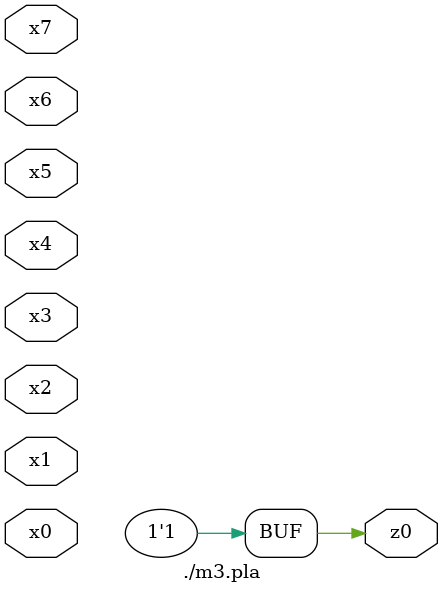
<source format=v>

module \./m3.pla  ( 
    x0, x1, x2, x3, x4, x5, x6, x7,
    z0  );
  input  x0, x1, x2, x3, x4, x5, x6, x7;
  output z0;
  assign z0 = 1'b1;
endmodule



</source>
